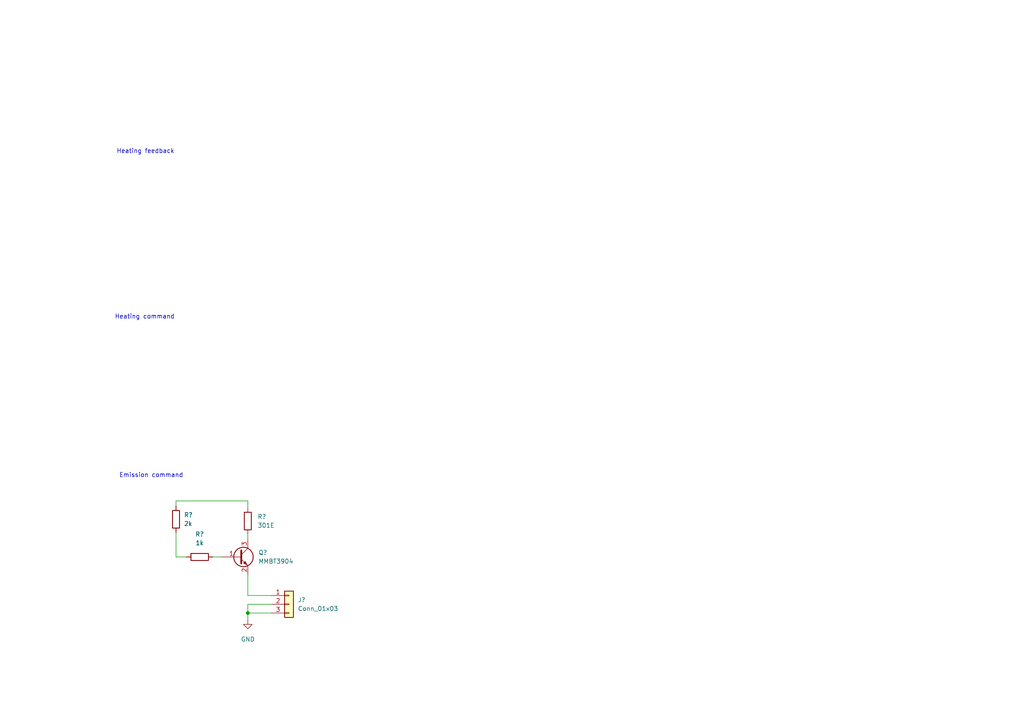
<source format=kicad_sch>
(kicad_sch (version 20211123) (generator eeschema)
  (paper "A4")
  (lib_symbols
    (symbol "Connector_Generic:Conn_01x03" (pin_names (offset 1.016) hide)
      (property "Reference" "J" (at 0 5.08 0))
      (property "Value" "Conn_01x03" (at 0 -5.08 0))
      (symbol "Conn_01x03_1_1"
        (rectangle (start -1.27 -2.413) (end 0 -2.667) (stroke (width 0.1524)))
        (rectangle (start -1.27 0.127) (end 0 -0.127) (stroke (width 0.1524)))
        (rectangle (start -1.27 2.667) (end 0 2.413) (stroke (width 0.1524)))
        (rectangle (start -1.27 3.81) (end 1.27 -3.81) (stroke (width 0.254)) (fill (type background)))
        (pin passive line (at -5.08 2.54 0) (length 3.81) (name "Pin_1") (number "1"))
        (pin passive line (at -5.08 0 0) (length 3.81) (name "Pin_2") (number "2"))
        (pin passive line (at -5.08 -2.54 0) (length 3.81) (name "Pin_3") (number "3"))
      )
    )
    (symbol "Device:R" (pin_numbers hide) (pin_names (offset 0))
      (property "Reference" "R" (at 2.032 0 90))
      (property "Value" "R" (at 0 0 90))
      (symbol "R_0_1"
        (rectangle (start -1.016 -2.54) (end 1.016 2.54) (stroke (width 0.254)))
      )
      (symbol "R_1_1"
        (pin passive line (at 0 3.81 270) (length 1.27) (name "~") (number "1"))
        (pin passive line (at 0 -3.81 90) (length 1.27) (name "~") (number "2"))
      )
    )
    (symbol "Transistor_BJT:MMBT3904" (pin_names (offset 0) hide)
      (property "Reference" "Q" (at 5.08 1.905 0))
      (property "Value" "MMBT3904" (at 5.08 0 0))
      (symbol "MMBT3904_0_1"
        (polyline (pts (xy 0.635 0.635) (xy 2.54 2.54)))
        (polyline (pts (xy 0.635 -0.635) (xy 2.54 -2.54) (xy 2.54 -2.54)))
        (polyline (pts (xy 0.635 1.905) (xy 0.635 -1.905) (xy 0.635 -1.905)) (stroke (width 0.508)))
        (polyline (pts (xy 1.27 -1.778) (xy 1.778 -1.27) (xy 2.286 -2.286) (xy 1.27 -1.778) (xy 1.27 -1.778)) (fill (type outline)))
        (circle (center 1.27 0) (radius 2.8194) (stroke (width 0.254)))
      )
      (symbol "MMBT3904_1_1"
        (pin input line (at -5.08 0 0) (length 5.715) (name "B") (number "1"))
        (pin passive line (at 2.54 -5.08 90) (length 2.54) (name "E") (number "2"))
        (pin passive line (at 2.54 5.08 270) (length 2.54) (name "C") (number "3"))
      )
    )
    (symbol "power:GND" (power) (pin_names (offset 0))
      (property "Value" "GND" (at 0 -3.81 0))
      (symbol "GND_0_1"
        (polyline (pts (xy 0 0) (xy 0 -1.27) (xy 1.27 -1.27) (xy 0 -2.54) (xy -1.27 -1.27) (xy 0 -1.27)))
      )
      (symbol "GND_1_1"
        (pin power_in line (at 0 0 270) (length 0) hide (name "GND") (number "1"))
      )
    )
  )
  (junction (at 71.882 177.8))
  (wire (pts (xy 51.054 145.288) (xy 51.054 146.812)))
  (wire (pts (xy 78.74 172.72) (xy 71.882 172.72)))
  (wire (pts (xy 61.722 161.544) (xy 64.262 161.544)))
  (wire (pts (xy 71.882 154.94) (xy 71.882 156.464)))
  (wire (pts (xy 78.74 177.8) (xy 71.882 177.8)))
  (wire (pts (xy 71.882 175.26) (xy 71.882 177.8)))
  (wire (pts (xy 51.054 154.432) (xy 51.054 161.544)))
  (wire (pts (xy 71.882 177.8) (xy 71.882 179.832)))
  (wire (pts (xy 71.882 166.624) (xy 71.882 172.72)))
  (wire (pts (xy 71.882 145.288) (xy 71.882 147.32)))
  (wire (pts (xy 51.054 161.544) (xy 54.102 161.544)))
  (wire (pts (xy 78.74 175.26) (xy 71.882 175.26)))
  (wire (pts (xy 71.882 145.288) (xy 51.054 145.288)))
  (text "Heating command\n" (at 33.274 92.71 0) (effects (font (size 1.27 1.27)) (justify left bottom)))
  (text "Emission command" (at 34.544 138.684 0) (effects (font (size 1.27 1.27)) (justify left bottom)))
  (text "Heating feedback\n" (at 33.782 44.704 0) (effects (font (size 1.27 1.27)) (justify left bottom)))
  (symbol (lib_id "Device:R") (at 51.054 150.622 0) (unit 1)
    (property "Reference" "R?" (at 53.34 149.3519 0) (effects (justify left)))
    (property "Value" "2k" (at 53.34 151.8919 0) (effects (justify left)))
  )
  (symbol (lib_id "Transistor_BJT:MMBT3904") (at 69.342 161.544 0) (unit 1)
    (property "Reference" "Q?" (at 74.93 160.2739 0) (effects (justify left)))
    (property "Value" "MMBT3904" (at 74.93 162.8139 0) (effects (justify left)))
    (property "Footprint" "Package_TO_SOT_SMD:SOT-23" (effects hide))
    (property "Datasheet" "https://www.onsemi.com/pub/Collateral/2N3903-D.PDF" (effects hide))
  )
  (symbol (lib_id "Device:R") (at 57.912 161.544 90) (unit 1)
    (property "Reference" "R?" (at 57.912 154.94 90))
    (property "Value" "1k" (at 57.912 157.48 90))
  )
  (symbol (lib_id "Device:R") (at 71.882 151.13 0) (unit 1)
    (property "Reference" "R?" (at 74.676 149.8599 0) (effects (justify left)))
    (property "Value" "301E" (at 74.676 152.3999 0) (effects (justify left)))
  )
  (symbol (lib_id "Connector_Generic:Conn_01x03") (at 83.82 175.26 0) (unit 1)
    (property "Reference" "J?" (at 86.36 173.9899 0) (effects (justify left)))
    (property "Value" "Conn_01x03" (at 86.36 176.5299 0) (effects (justify left)))
  )
  (symbol (lib_id "power:GND") (at 71.882 179.832 0) (unit 1)
    (property "Reference" "#PWR?" (effects hide))
    (property "Value" "GND" (at 71.882 185.42 0))
  )
)
</source>
